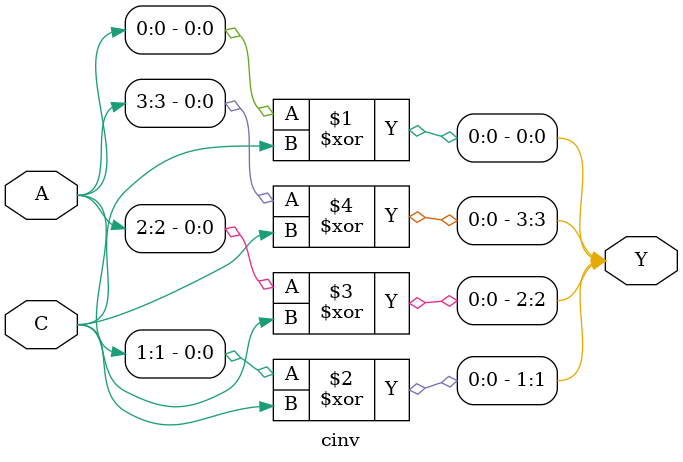
<source format=sv>
module cinv(
  input logic [3:0] A,
  input logic C,
  output logic [3:0] Y
);
  genvar i;
  generate
    for (i = 0; i < 4; i++) begin
      assign Y[i] = A[i] ^ C;
    end
  endgenerate
endmodule: cinv
</source>
